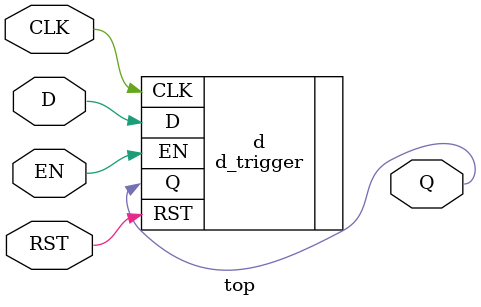
<source format=sv>
module top(
    input CLK,
    input RST,
    input EN,
    input D,
    output Q
);

d_trigger d(
    .CLK(CLK),
    .RST(RST),
    .EN(EN),
    .D(D),
    .Q(Q)
);

endmodule
</source>
